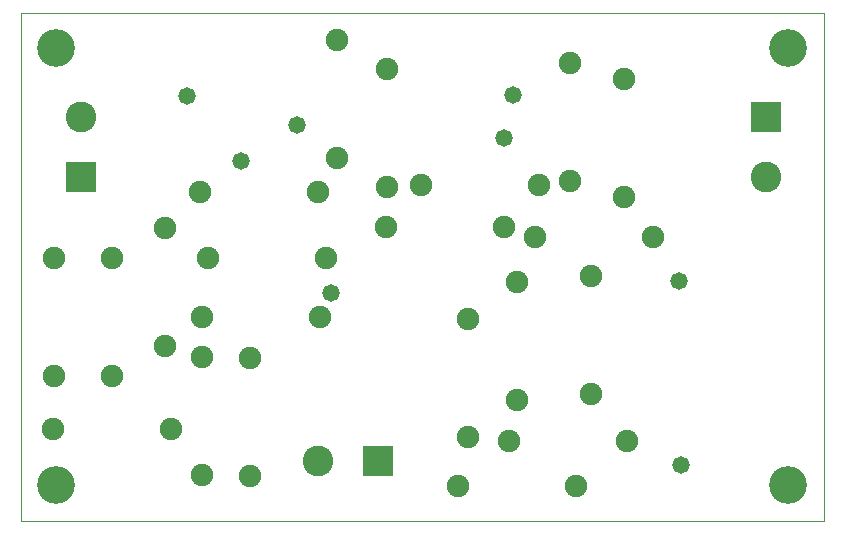
<source format=gbs>
G04 Layer_Color=16711935*
%FSLAX44Y44*%
%MOMM*%
G71*
G01*
G75*
%ADD15C,0.1000*%
%ADD33C,1.9032*%
%ADD34R,2.6032X2.6032*%
%ADD35C,2.6032*%
%ADD36R,2.6032X2.6032*%
%ADD37C,3.2032*%
%ADD38C,1.4732*%
D15*
X-30000Y-30000D02*
X650000D01*
Y400000D01*
X-30000D02*
X650000D01*
X-30000Y-30000D02*
Y400000D01*
D33*
X123670Y108900D02*
D03*
Y8900D02*
D03*
X164310Y107630D02*
D03*
Y7630D02*
D03*
X440370Y-790D02*
D03*
X340370D02*
D03*
X452600Y177480D02*
D03*
Y77480D02*
D03*
X237970Y276870D02*
D03*
Y376870D02*
D03*
X379410Y218920D02*
D03*
X279410D02*
D03*
X434820Y257820D02*
D03*
Y357820D02*
D03*
X390370Y172400D02*
D03*
Y72400D02*
D03*
X47470Y192720D02*
D03*
Y92720D02*
D03*
X91920Y218120D02*
D03*
Y118120D02*
D03*
X97470Y47470D02*
D03*
X-2530D02*
D03*
X-2060Y92720D02*
D03*
Y192720D02*
D03*
X228280Y192250D02*
D03*
X128280D02*
D03*
X221930Y248130D02*
D03*
X121930D02*
D03*
X279880Y352740D02*
D03*
Y252740D02*
D03*
X308620Y254480D02*
D03*
X408620D02*
D03*
X348460Y140650D02*
D03*
Y40650D02*
D03*
X505140Y210030D02*
D03*
X405140D02*
D03*
X483550Y37310D02*
D03*
X383550D02*
D03*
X480540Y343850D02*
D03*
Y243850D02*
D03*
X223200Y142720D02*
D03*
X123200D02*
D03*
D34*
X272260Y20800D02*
D03*
D35*
X221460D02*
D03*
X601190Y260830D02*
D03*
X20800Y311630D02*
D03*
D36*
X601190D02*
D03*
X20800Y260830D02*
D03*
D37*
X0Y0D02*
D03*
X620000Y370000D02*
D03*
Y0D02*
D03*
X0Y370000D02*
D03*
D38*
X203680Y305280D02*
D03*
X110970Y329410D02*
D03*
X386560Y330680D02*
D03*
X156690Y274800D02*
D03*
X232890Y163040D02*
D03*
X379410Y294320D02*
D03*
X527530Y173200D02*
D03*
X528800Y16990D02*
D03*
M02*

</source>
